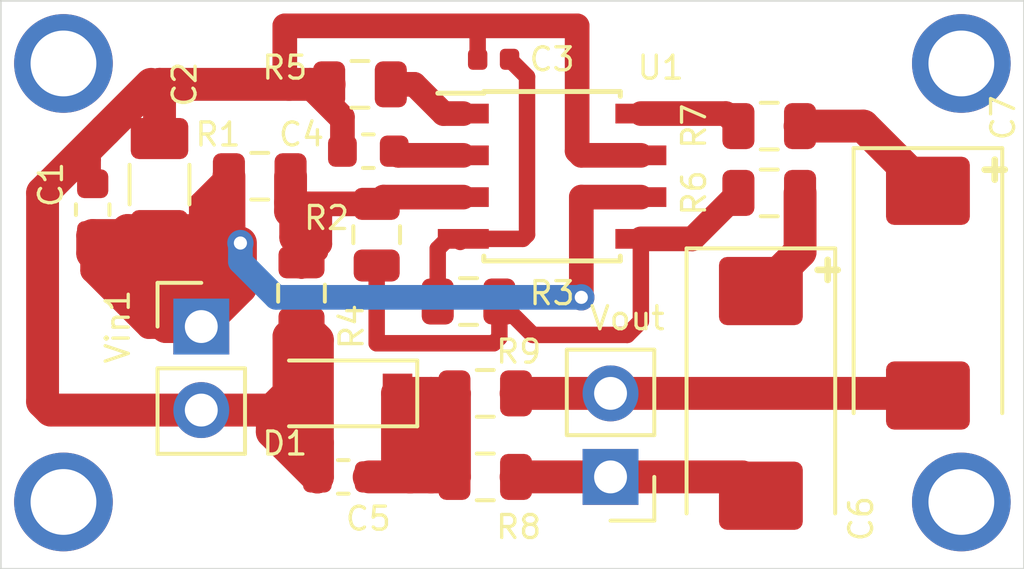
<source format=kicad_pcb>
(kicad_pcb (version 20171130) (host pcbnew "(5.1.0)-1")

  (general
    (thickness 1.6)
    (drawings 6)
    (tracks 163)
    (zones 0)
    (modules 20)
    (nets 14)
  )

  (page A4)
  (layers
    (0 F.Cu signal)
    (31 B.Cu signal)
    (32 B.Adhes user)
    (33 F.Adhes user)
    (34 B.Paste user)
    (35 F.Paste user)
    (36 B.SilkS user)
    (37 F.SilkS user)
    (38 B.Mask user)
    (39 F.Mask user)
    (40 Dwgs.User user)
    (41 Cmts.User user)
    (42 Eco1.User user)
    (43 Eco2.User user)
    (44 Edge.Cuts user)
    (45 Margin user)
    (46 B.CrtYd user)
    (47 F.CrtYd user)
    (48 B.Fab user)
    (49 F.Fab user hide)
  )

  (setup
    (last_trace_width 1)
    (user_trace_width 0.5)
    (user_trace_width 0.75)
    (user_trace_width 1)
    (trace_clearance 0.2)
    (zone_clearance 0.508)
    (zone_45_only no)
    (trace_min 0.2)
    (via_size 0.8)
    (via_drill 0.4)
    (via_min_size 0.4)
    (via_min_drill 0.3)
    (uvia_size 0.3)
    (uvia_drill 0.1)
    (uvias_allowed no)
    (uvia_min_size 0.2)
    (uvia_min_drill 0.1)
    (edge_width 0.05)
    (segment_width 0.2)
    (pcb_text_width 0.3)
    (pcb_text_size 1.5 1.5)
    (mod_edge_width 0.12)
    (mod_text_size 1 1)
    (mod_text_width 0.15)
    (pad_size 1.524 1.524)
    (pad_drill 0.762)
    (pad_to_mask_clearance 0.051)
    (solder_mask_min_width 0.002)
    (aux_axis_origin 0 0)
    (visible_elements FFFFFF7F)
    (pcbplotparams
      (layerselection 0x010fc_ffffffff)
      (usegerberextensions false)
      (usegerberattributes false)
      (usegerberadvancedattributes false)
      (creategerberjobfile false)
      (excludeedgelayer true)
      (linewidth 0.100000)
      (plotframeref false)
      (viasonmask false)
      (mode 1)
      (useauxorigin false)
      (hpglpennumber 1)
      (hpglpenspeed 20)
      (hpglpendiameter 15.000000)
      (psnegative false)
      (psa4output false)
      (plotreference true)
      (plotvalue true)
      (plotinvisibletext false)
      (padsonsilk false)
      (subtractmaskfromsilk false)
      (outputformat 1)
      (mirror false)
      (drillshape 1)
      (scaleselection 1)
      (outputdirectory ""))
  )

  (net 0 "")
  (net 1 "Net-(C1-Pad2)")
  (net 2 "Net-(C1-Pad1)")
  (net 3 "Net-(C3-Pad1)")
  (net 4 "Net-(C4-Pad1)")
  (net 5 "Net-(C5-Pad1)")
  (net 6 "Net-(C6-Pad2)")
  (net 7 "Net-(C6-Pad1)")
  (net 8 "Net-(C7-Pad2)")
  (net 9 "Net-(C7-Pad1)")
  (net 10 "Net-(R1-Pad1)")
  (net 11 "Net-(R2-Pad1)")
  (net 12 "Net-(R5-Pad1)")
  (net 13 "Net-(R7-Pad2)")

  (net_class Default "This is the default net class."
    (clearance 0.2)
    (trace_width 0.25)
    (via_dia 0.8)
    (via_drill 0.4)
    (uvia_dia 0.3)
    (uvia_drill 0.1)
    (add_net "Net-(C1-Pad1)")
    (add_net "Net-(C1-Pad2)")
    (add_net "Net-(C3-Pad1)")
    (add_net "Net-(C4-Pad1)")
    (add_net "Net-(C5-Pad1)")
    (add_net "Net-(C6-Pad1)")
    (add_net "Net-(C6-Pad2)")
    (add_net "Net-(C7-Pad1)")
    (add_net "Net-(C7-Pad2)")
    (add_net "Net-(R1-Pad1)")
    (add_net "Net-(R2-Pad1)")
    (add_net "Net-(R5-Pad1)")
    (add_net "Net-(R7-Pad2)")
  )

  (module Connector_PinHeader_2.54mm:PinHeader_1x02_P2.54mm_Vertical (layer F.Cu) (tedit 59FED5CC) (tstamp 5CD2613E)
    (at 163.322 94.996 180)
    (descr "Through hole straight pin header, 1x02, 2.54mm pitch, single row")
    (tags "Through hole pin header THT 1x02 2.54mm single row")
    (path /5CD272C7)
    (fp_text reference Vout (at -0.508 4.826 180) (layer F.SilkS)
      (effects (font (size 0.7 0.7) (thickness 0.1)))
    )
    (fp_text value Conn_01x02_Male (at 0 4.87 180) (layer F.Fab)
      (effects (font (size 1 1) (thickness 0.15)))
    )
    (fp_line (start -0.635 -1.27) (end 1.27 -1.27) (layer F.Fab) (width 0.1))
    (fp_line (start 1.27 -1.27) (end 1.27 3.81) (layer F.Fab) (width 0.1))
    (fp_line (start 1.27 3.81) (end -1.27 3.81) (layer F.Fab) (width 0.1))
    (fp_line (start -1.27 3.81) (end -1.27 -0.635) (layer F.Fab) (width 0.1))
    (fp_line (start -1.27 -0.635) (end -0.635 -1.27) (layer F.Fab) (width 0.1))
    (fp_line (start -1.33 3.87) (end 1.33 3.87) (layer F.SilkS) (width 0.12))
    (fp_line (start -1.33 1.27) (end -1.33 3.87) (layer F.SilkS) (width 0.12))
    (fp_line (start 1.33 1.27) (end 1.33 3.87) (layer F.SilkS) (width 0.12))
    (fp_line (start -1.33 1.27) (end 1.33 1.27) (layer F.SilkS) (width 0.12))
    (fp_line (start -1.33 0) (end -1.33 -1.33) (layer F.SilkS) (width 0.12))
    (fp_line (start -1.33 -1.33) (end 0 -1.33) (layer F.SilkS) (width 0.12))
    (fp_line (start -1.8 -1.8) (end -1.8 4.35) (layer F.CrtYd) (width 0.05))
    (fp_line (start -1.8 4.35) (end 1.8 4.35) (layer F.CrtYd) (width 0.05))
    (fp_line (start 1.8 4.35) (end 1.8 -1.8) (layer F.CrtYd) (width 0.05))
    (fp_line (start 1.8 -1.8) (end -1.8 -1.8) (layer F.CrtYd) (width 0.05))
    (fp_text user %R (at 0 1.27 270) (layer F.Fab)
      (effects (font (size 1 1) (thickness 0.15)))
    )
    (pad 1 thru_hole rect (at 0 0 180) (size 1.7 1.7) (drill 1) (layers *.Cu *.Mask)
      (net 6 "Net-(C6-Pad2)"))
    (pad 2 thru_hole oval (at 0 2.54 180) (size 1.7 1.7) (drill 1) (layers *.Cu *.Mask)
      (net 8 "Net-(C7-Pad2)"))
    (model ${KISYS3DMOD}/Connector_PinHeader_2.54mm.3dshapes/PinHeader_1x02_P2.54mm_Vertical.wrl
      (at (xyz 0 0 0))
      (scale (xyz 1 1 1))
      (rotate (xyz 0 0 0))
    )
  )

  (module Connector_PinHeader_2.54mm:PinHeader_1x02_P2.54mm_Vertical (layer F.Cu) (tedit 59FED5CC) (tstamp 5CD26128)
    (at 150.876 90.424)
    (descr "Through hole straight pin header, 1x02, 2.54mm pitch, single row")
    (tags "Through hole pin header THT 1x02 2.54mm single row")
    (path /5CD26BA4)
    (fp_text reference Vin1 (at -2.54 0 90) (layer F.SilkS)
      (effects (font (size 0.7 0.7) (thickness 0.1)))
    )
    (fp_text value Conn_01x02_Male (at 0 4.87) (layer F.Fab)
      (effects (font (size 1 1) (thickness 0.15)))
    )
    (fp_line (start -0.635 -1.27) (end 1.27 -1.27) (layer F.Fab) (width 0.1))
    (fp_line (start 1.27 -1.27) (end 1.27 3.81) (layer F.Fab) (width 0.1))
    (fp_line (start 1.27 3.81) (end -1.27 3.81) (layer F.Fab) (width 0.1))
    (fp_line (start -1.27 3.81) (end -1.27 -0.635) (layer F.Fab) (width 0.1))
    (fp_line (start -1.27 -0.635) (end -0.635 -1.27) (layer F.Fab) (width 0.1))
    (fp_line (start -1.33 3.87) (end 1.33 3.87) (layer F.SilkS) (width 0.12))
    (fp_line (start -1.33 1.27) (end -1.33 3.87) (layer F.SilkS) (width 0.12))
    (fp_line (start 1.33 1.27) (end 1.33 3.87) (layer F.SilkS) (width 0.12))
    (fp_line (start -1.33 1.27) (end 1.33 1.27) (layer F.SilkS) (width 0.12))
    (fp_line (start -1.33 0) (end -1.33 -1.33) (layer F.SilkS) (width 0.12))
    (fp_line (start -1.33 -1.33) (end 0 -1.33) (layer F.SilkS) (width 0.12))
    (fp_line (start -1.8 -1.8) (end -1.8 4.35) (layer F.CrtYd) (width 0.05))
    (fp_line (start -1.8 4.35) (end 1.8 4.35) (layer F.CrtYd) (width 0.05))
    (fp_line (start 1.8 4.35) (end 1.8 -1.8) (layer F.CrtYd) (width 0.05))
    (fp_line (start 1.8 -1.8) (end -1.8 -1.8) (layer F.CrtYd) (width 0.05))
    (fp_text user %R (at 0 1.27 90) (layer F.Fab)
      (effects (font (size 1 1) (thickness 0.15)))
    )
    (pad 1 thru_hole rect (at 0 0) (size 1.7 1.7) (drill 1) (layers *.Cu *.Mask)
      (net 2 "Net-(C1-Pad1)"))
    (pad 2 thru_hole oval (at 0 2.54) (size 1.7 1.7) (drill 1) (layers *.Cu *.Mask)
      (net 1 "Net-(C1-Pad2)"))
    (model ${KISYS3DMOD}/Connector_PinHeader_2.54mm.3dshapes/PinHeader_1x02_P2.54mm_Vertical.wrl
      (at (xyz 0 0 0))
      (scale (xyz 1 1 1))
      (rotate (xyz 0 0 0))
    )
  )

  (module Package_SO:SOIC-8_3.9x4.9mm_P1.27mm (layer F.Cu) (tedit 5A02F2D3) (tstamp 5CD26112)
    (at 161.544 85.852)
    (descr "8-Lead Plastic Small Outline (SN) - Narrow, 3.90 mm Body [SOIC] (see Microchip Packaging Specification http://ww1.microchip.com/downloads/en/PackagingSpec/00000049BQ.pdf)")
    (tags "SOIC 1.27")
    (path /5CD25EDA)
    (attr smd)
    (fp_text reference U1 (at 3.302 -3.302) (layer F.SilkS)
      (effects (font (size 0.7 0.7) (thickness 0.1)))
    )
    (fp_text value LM4871 (at 0 3.5) (layer F.Fab)
      (effects (font (size 1 1) (thickness 0.15)))
    )
    (fp_text user %R (at 0 0) (layer F.Fab)
      (effects (font (size 1 1) (thickness 0.15)))
    )
    (fp_line (start -0.95 -2.45) (end 1.95 -2.45) (layer F.Fab) (width 0.1))
    (fp_line (start 1.95 -2.45) (end 1.95 2.45) (layer F.Fab) (width 0.1))
    (fp_line (start 1.95 2.45) (end -1.95 2.45) (layer F.Fab) (width 0.1))
    (fp_line (start -1.95 2.45) (end -1.95 -1.45) (layer F.Fab) (width 0.1))
    (fp_line (start -1.95 -1.45) (end -0.95 -2.45) (layer F.Fab) (width 0.1))
    (fp_line (start -3.73 -2.7) (end -3.73 2.7) (layer F.CrtYd) (width 0.05))
    (fp_line (start 3.73 -2.7) (end 3.73 2.7) (layer F.CrtYd) (width 0.05))
    (fp_line (start -3.73 -2.7) (end 3.73 -2.7) (layer F.CrtYd) (width 0.05))
    (fp_line (start -3.73 2.7) (end 3.73 2.7) (layer F.CrtYd) (width 0.05))
    (fp_line (start -2.075 -2.575) (end -2.075 -2.525) (layer F.SilkS) (width 0.15))
    (fp_line (start 2.075 -2.575) (end 2.075 -2.43) (layer F.SilkS) (width 0.15))
    (fp_line (start 2.075 2.575) (end 2.075 2.43) (layer F.SilkS) (width 0.15))
    (fp_line (start -2.075 2.575) (end -2.075 2.43) (layer F.SilkS) (width 0.15))
    (fp_line (start -2.075 -2.575) (end 2.075 -2.575) (layer F.SilkS) (width 0.15))
    (fp_line (start -2.075 2.575) (end 2.075 2.575) (layer F.SilkS) (width 0.15))
    (fp_line (start -2.075 -2.525) (end -3.475 -2.525) (layer F.SilkS) (width 0.15))
    (pad 1 smd rect (at -2.7 -1.905) (size 1.55 0.6) (layers F.Cu F.Paste F.Mask)
      (net 12 "Net-(R5-Pad1)"))
    (pad 2 smd rect (at -2.7 -0.635) (size 1.55 0.6) (layers F.Cu F.Paste F.Mask)
      (net 4 "Net-(C4-Pad1)"))
    (pad 3 smd rect (at -2.7 0.635) (size 1.55 0.6) (layers F.Cu F.Paste F.Mask)
      (net 10 "Net-(R1-Pad1)"))
    (pad 4 smd rect (at -2.7 1.905) (size 1.55 0.6) (layers F.Cu F.Paste F.Mask)
      (net 3 "Net-(C3-Pad1)"))
    (pad 5 smd rect (at 2.7 1.905) (size 1.55 0.6) (layers F.Cu F.Paste F.Mask)
      (net 11 "Net-(R2-Pad1)"))
    (pad 6 smd rect (at 2.7 0.635) (size 1.55 0.6) (layers F.Cu F.Paste F.Mask)
      (net 2 "Net-(C1-Pad1)"))
    (pad 7 smd rect (at 2.7 -0.635) (size 1.55 0.6) (layers F.Cu F.Paste F.Mask)
      (net 1 "Net-(C1-Pad2)"))
    (pad 8 smd rect (at 2.7 -1.905) (size 1.55 0.6) (layers F.Cu F.Paste F.Mask)
      (net 13 "Net-(R7-Pad2)"))
    (model ${KISYS3DMOD}/Package_SO.3dshapes/SOIC-8_3.9x4.9mm_P1.27mm.wrl
      (at (xyz 0 0 0))
      (scale (xyz 1 1 1))
      (rotate (xyz 0 0 0))
    )
  )

  (module Resistor_SMD:R_0805_2012Metric (layer F.Cu) (tedit 5B36C52B) (tstamp 5CD260F5)
    (at 159.512 92.456)
    (descr "Resistor SMD 0805 (2012 Metric), square (rectangular) end terminal, IPC_7351 nominal, (Body size source: https://docs.google.com/spreadsheets/d/1BsfQQcO9C6DZCsRaXUlFlo91Tg2WpOkGARC1WS5S8t0/edit?usp=sharing), generated with kicad-footprint-generator")
    (tags resistor)
    (path /5CD2E61F)
    (attr smd)
    (fp_text reference R9 (at 1.016 -1.27) (layer F.SilkS)
      (effects (font (size 0.7 0.7) (thickness 0.1)))
    )
    (fp_text value 100 (at 0 1.65) (layer F.Fab)
      (effects (font (size 1 1) (thickness 0.15)))
    )
    (fp_line (start -1 0.6) (end -1 -0.6) (layer F.Fab) (width 0.1))
    (fp_line (start -1 -0.6) (end 1 -0.6) (layer F.Fab) (width 0.1))
    (fp_line (start 1 -0.6) (end 1 0.6) (layer F.Fab) (width 0.1))
    (fp_line (start 1 0.6) (end -1 0.6) (layer F.Fab) (width 0.1))
    (fp_line (start -0.258578 -0.71) (end 0.258578 -0.71) (layer F.SilkS) (width 0.12))
    (fp_line (start -0.258578 0.71) (end 0.258578 0.71) (layer F.SilkS) (width 0.12))
    (fp_line (start -1.68 0.95) (end -1.68 -0.95) (layer F.CrtYd) (width 0.05))
    (fp_line (start -1.68 -0.95) (end 1.68 -0.95) (layer F.CrtYd) (width 0.05))
    (fp_line (start 1.68 -0.95) (end 1.68 0.95) (layer F.CrtYd) (width 0.05))
    (fp_line (start 1.68 0.95) (end -1.68 0.95) (layer F.CrtYd) (width 0.05))
    (fp_text user %R (at 0 0) (layer F.Fab)
      (effects (font (size 0.5 0.5) (thickness 0.08)))
    )
    (pad 1 smd roundrect (at -0.9375 0) (size 0.975 1.4) (layers F.Cu F.Paste F.Mask) (roundrect_rratio 0.25)
      (net 5 "Net-(C5-Pad1)"))
    (pad 2 smd roundrect (at 0.9375 0) (size 0.975 1.4) (layers F.Cu F.Paste F.Mask) (roundrect_rratio 0.25)
      (net 8 "Net-(C7-Pad2)"))
    (model ${KISYS3DMOD}/Resistor_SMD.3dshapes/R_0805_2012Metric.wrl
      (at (xyz 0 0 0))
      (scale (xyz 1 1 1))
      (rotate (xyz 0 0 0))
    )
  )

  (module Resistor_SMD:R_0805_2012Metric (layer F.Cu) (tedit 5B36C52B) (tstamp 5CD260E4)
    (at 159.512 94.996)
    (descr "Resistor SMD 0805 (2012 Metric), square (rectangular) end terminal, IPC_7351 nominal, (Body size source: https://docs.google.com/spreadsheets/d/1BsfQQcO9C6DZCsRaXUlFlo91Tg2WpOkGARC1WS5S8t0/edit?usp=sharing), generated with kicad-footprint-generator")
    (tags resistor)
    (path /5CD2C5F5)
    (attr smd)
    (fp_text reference R8 (at 1.016 1.524) (layer F.SilkS)
      (effects (font (size 0.7 0.7) (thickness 0.1)))
    )
    (fp_text value 100 (at 0 1.65) (layer F.Fab)
      (effects (font (size 1 1) (thickness 0.15)))
    )
    (fp_line (start -1 0.6) (end -1 -0.6) (layer F.Fab) (width 0.1))
    (fp_line (start -1 -0.6) (end 1 -0.6) (layer F.Fab) (width 0.1))
    (fp_line (start 1 -0.6) (end 1 0.6) (layer F.Fab) (width 0.1))
    (fp_line (start 1 0.6) (end -1 0.6) (layer F.Fab) (width 0.1))
    (fp_line (start -0.258578 -0.71) (end 0.258578 -0.71) (layer F.SilkS) (width 0.12))
    (fp_line (start -0.258578 0.71) (end 0.258578 0.71) (layer F.SilkS) (width 0.12))
    (fp_line (start -1.68 0.95) (end -1.68 -0.95) (layer F.CrtYd) (width 0.05))
    (fp_line (start -1.68 -0.95) (end 1.68 -0.95) (layer F.CrtYd) (width 0.05))
    (fp_line (start 1.68 -0.95) (end 1.68 0.95) (layer F.CrtYd) (width 0.05))
    (fp_line (start 1.68 0.95) (end -1.68 0.95) (layer F.CrtYd) (width 0.05))
    (fp_text user %R (at 0 0) (layer F.Fab)
      (effects (font (size 0.5 0.5) (thickness 0.08)))
    )
    (pad 1 smd roundrect (at -0.9375 0) (size 0.975 1.4) (layers F.Cu F.Paste F.Mask) (roundrect_rratio 0.25)
      (net 5 "Net-(C5-Pad1)"))
    (pad 2 smd roundrect (at 0.9375 0) (size 0.975 1.4) (layers F.Cu F.Paste F.Mask) (roundrect_rratio 0.25)
      (net 6 "Net-(C6-Pad2)"))
    (model ${KISYS3DMOD}/Resistor_SMD.3dshapes/R_0805_2012Metric.wrl
      (at (xyz 0 0 0))
      (scale (xyz 1 1 1))
      (rotate (xyz 0 0 0))
    )
  )

  (module Resistor_SMD:R_0805_2012Metric (layer F.Cu) (tedit 5B36C52B) (tstamp 5CD260D3)
    (at 168.148 84.328 180)
    (descr "Resistor SMD 0805 (2012 Metric), square (rectangular) end terminal, IPC_7351 nominal, (Body size source: https://docs.google.com/spreadsheets/d/1BsfQQcO9C6DZCsRaXUlFlo91Tg2WpOkGARC1WS5S8t0/edit?usp=sharing), generated with kicad-footprint-generator")
    (tags resistor)
    (path /5CD2D7FC)
    (attr smd)
    (fp_text reference R7 (at 2.286 0 270) (layer F.SilkS)
      (effects (font (size 0.7 0.7) (thickness 0.1)))
    )
    (fp_text value 10 (at 0 1.65 180) (layer F.Fab)
      (effects (font (size 1 1) (thickness 0.15)))
    )
    (fp_line (start -1 0.6) (end -1 -0.6) (layer F.Fab) (width 0.1))
    (fp_line (start -1 -0.6) (end 1 -0.6) (layer F.Fab) (width 0.1))
    (fp_line (start 1 -0.6) (end 1 0.6) (layer F.Fab) (width 0.1))
    (fp_line (start 1 0.6) (end -1 0.6) (layer F.Fab) (width 0.1))
    (fp_line (start -0.258578 -0.71) (end 0.258578 -0.71) (layer F.SilkS) (width 0.12))
    (fp_line (start -0.258578 0.71) (end 0.258578 0.71) (layer F.SilkS) (width 0.12))
    (fp_line (start -1.68 0.95) (end -1.68 -0.95) (layer F.CrtYd) (width 0.05))
    (fp_line (start -1.68 -0.95) (end 1.68 -0.95) (layer F.CrtYd) (width 0.05))
    (fp_line (start 1.68 -0.95) (end 1.68 0.95) (layer F.CrtYd) (width 0.05))
    (fp_line (start 1.68 0.95) (end -1.68 0.95) (layer F.CrtYd) (width 0.05))
    (fp_text user %R (at 0 0 180) (layer F.Fab)
      (effects (font (size 0.5 0.5) (thickness 0.08)))
    )
    (pad 1 smd roundrect (at -0.9375 0 180) (size 0.975 1.4) (layers F.Cu F.Paste F.Mask) (roundrect_rratio 0.25)
      (net 9 "Net-(C7-Pad1)"))
    (pad 2 smd roundrect (at 0.9375 0 180) (size 0.975 1.4) (layers F.Cu F.Paste F.Mask) (roundrect_rratio 0.25)
      (net 13 "Net-(R7-Pad2)"))
    (model ${KISYS3DMOD}/Resistor_SMD.3dshapes/R_0805_2012Metric.wrl
      (at (xyz 0 0 0))
      (scale (xyz 1 1 1))
      (rotate (xyz 0 0 0))
    )
  )

  (module Resistor_SMD:R_0805_2012Metric (layer F.Cu) (tedit 5B36C52B) (tstamp 5CD260C2)
    (at 168.148 86.36 180)
    (descr "Resistor SMD 0805 (2012 Metric), square (rectangular) end terminal, IPC_7351 nominal, (Body size source: https://docs.google.com/spreadsheets/d/1BsfQQcO9C6DZCsRaXUlFlo91Tg2WpOkGARC1WS5S8t0/edit?usp=sharing), generated with kicad-footprint-generator")
    (tags resistor)
    (path /5CD2AA76)
    (attr smd)
    (fp_text reference R6 (at 2.286 0 270) (layer F.SilkS)
      (effects (font (size 0.7 0.7) (thickness 0.1)))
    )
    (fp_text value 10 (at 0 1.65 180) (layer F.Fab)
      (effects (font (size 1 1) (thickness 0.15)))
    )
    (fp_line (start -1 0.6) (end -1 -0.6) (layer F.Fab) (width 0.1))
    (fp_line (start -1 -0.6) (end 1 -0.6) (layer F.Fab) (width 0.1))
    (fp_line (start 1 -0.6) (end 1 0.6) (layer F.Fab) (width 0.1))
    (fp_line (start 1 0.6) (end -1 0.6) (layer F.Fab) (width 0.1))
    (fp_line (start -0.258578 -0.71) (end 0.258578 -0.71) (layer F.SilkS) (width 0.12))
    (fp_line (start -0.258578 0.71) (end 0.258578 0.71) (layer F.SilkS) (width 0.12))
    (fp_line (start -1.68 0.95) (end -1.68 -0.95) (layer F.CrtYd) (width 0.05))
    (fp_line (start -1.68 -0.95) (end 1.68 -0.95) (layer F.CrtYd) (width 0.05))
    (fp_line (start 1.68 -0.95) (end 1.68 0.95) (layer F.CrtYd) (width 0.05))
    (fp_line (start 1.68 0.95) (end -1.68 0.95) (layer F.CrtYd) (width 0.05))
    (fp_text user %R (at 0 0 180) (layer F.Fab)
      (effects (font (size 0.5 0.5) (thickness 0.08)))
    )
    (pad 1 smd roundrect (at -0.9375 0 180) (size 0.975 1.4) (layers F.Cu F.Paste F.Mask) (roundrect_rratio 0.25)
      (net 7 "Net-(C6-Pad1)"))
    (pad 2 smd roundrect (at 0.9375 0 180) (size 0.975 1.4) (layers F.Cu F.Paste F.Mask) (roundrect_rratio 0.25)
      (net 11 "Net-(R2-Pad1)"))
    (model ${KISYS3DMOD}/Resistor_SMD.3dshapes/R_0805_2012Metric.wrl
      (at (xyz 0 0 0))
      (scale (xyz 1 1 1))
      (rotate (xyz 0 0 0))
    )
  )

  (module Resistor_SMD:R_0805_2012Metric (layer F.Cu) (tedit 5B36C52B) (tstamp 5CD260B1)
    (at 155.702 83.058 180)
    (descr "Resistor SMD 0805 (2012 Metric), square (rectangular) end terminal, IPC_7351 nominal, (Body size source: https://docs.google.com/spreadsheets/d/1BsfQQcO9C6DZCsRaXUlFlo91Tg2WpOkGARC1WS5S8t0/edit?usp=sharing), generated with kicad-footprint-generator")
    (tags resistor)
    (path /5CD2A3B5)
    (attr smd)
    (fp_text reference R5 (at 2.286 0.508 180) (layer F.SilkS)
      (effects (font (size 0.7 0.7) (thickness 0.1)))
    )
    (fp_text value 10k (at 0 1.65 180) (layer F.Fab)
      (effects (font (size 1 1) (thickness 0.15)))
    )
    (fp_line (start -1 0.6) (end -1 -0.6) (layer F.Fab) (width 0.1))
    (fp_line (start -1 -0.6) (end 1 -0.6) (layer F.Fab) (width 0.1))
    (fp_line (start 1 -0.6) (end 1 0.6) (layer F.Fab) (width 0.1))
    (fp_line (start 1 0.6) (end -1 0.6) (layer F.Fab) (width 0.1))
    (fp_line (start -0.258578 -0.71) (end 0.258578 -0.71) (layer F.SilkS) (width 0.12))
    (fp_line (start -0.258578 0.71) (end 0.258578 0.71) (layer F.SilkS) (width 0.12))
    (fp_line (start -1.68 0.95) (end -1.68 -0.95) (layer F.CrtYd) (width 0.05))
    (fp_line (start -1.68 -0.95) (end 1.68 -0.95) (layer F.CrtYd) (width 0.05))
    (fp_line (start 1.68 -0.95) (end 1.68 0.95) (layer F.CrtYd) (width 0.05))
    (fp_line (start 1.68 0.95) (end -1.68 0.95) (layer F.CrtYd) (width 0.05))
    (fp_text user %R (at 0 0 270) (layer F.Fab)
      (effects (font (size 0.5 0.5) (thickness 0.08)))
    )
    (pad 1 smd roundrect (at -0.9375 0 180) (size 0.975 1.4) (layers F.Cu F.Paste F.Mask) (roundrect_rratio 0.25)
      (net 12 "Net-(R5-Pad1)"))
    (pad 2 smd roundrect (at 0.9375 0 180) (size 0.975 1.4) (layers F.Cu F.Paste F.Mask) (roundrect_rratio 0.25)
      (net 1 "Net-(C1-Pad2)"))
    (model ${KISYS3DMOD}/Resistor_SMD.3dshapes/R_0805_2012Metric.wrl
      (at (xyz 0 0 0))
      (scale (xyz 1 1 1))
      (rotate (xyz 0 0 0))
    )
  )

  (module Resistor_SMD:R_0805_2012Metric (layer F.Cu) (tedit 5B36C52B) (tstamp 5CD260A0)
    (at 153.924 89.408 270)
    (descr "Resistor SMD 0805 (2012 Metric), square (rectangular) end terminal, IPC_7351 nominal, (Body size source: https://docs.google.com/spreadsheets/d/1BsfQQcO9C6DZCsRaXUlFlo91Tg2WpOkGARC1WS5S8t0/edit?usp=sharing), generated with kicad-footprint-generator")
    (tags resistor)
    (path /5CD29CFE)
    (attr smd)
    (fp_text reference R4 (at 1.016 -1.524 270) (layer F.SilkS)
      (effects (font (size 0.7 0.7) (thickness 0.1)))
    )
    (fp_text value 10k (at 0 1.65 270) (layer F.Fab)
      (effects (font (size 1 1) (thickness 0.15)))
    )
    (fp_line (start -1 0.6) (end -1 -0.6) (layer F.Fab) (width 0.1))
    (fp_line (start -1 -0.6) (end 1 -0.6) (layer F.Fab) (width 0.1))
    (fp_line (start 1 -0.6) (end 1 0.6) (layer F.Fab) (width 0.1))
    (fp_line (start 1 0.6) (end -1 0.6) (layer F.Fab) (width 0.1))
    (fp_line (start -0.258578 -0.71) (end 0.258578 -0.71) (layer F.SilkS) (width 0.12))
    (fp_line (start -0.258578 0.71) (end 0.258578 0.71) (layer F.SilkS) (width 0.12))
    (fp_line (start -1.68 0.95) (end -1.68 -0.95) (layer F.CrtYd) (width 0.05))
    (fp_line (start -1.68 -0.95) (end 1.68 -0.95) (layer F.CrtYd) (width 0.05))
    (fp_line (start 1.68 -0.95) (end 1.68 0.95) (layer F.CrtYd) (width 0.05))
    (fp_line (start 1.68 0.95) (end -1.68 0.95) (layer F.CrtYd) (width 0.05))
    (fp_text user %R (at 0 0 270) (layer F.Fab)
      (effects (font (size 0.5 0.5) (thickness 0.08)))
    )
    (pad 1 smd roundrect (at -0.9375 0 270) (size 0.975 1.4) (layers F.Cu F.Paste F.Mask) (roundrect_rratio 0.25)
      (net 10 "Net-(R1-Pad1)"))
    (pad 2 smd roundrect (at 0.9375 0 270) (size 0.975 1.4) (layers F.Cu F.Paste F.Mask) (roundrect_rratio 0.25)
      (net 1 "Net-(C1-Pad2)"))
    (model ${KISYS3DMOD}/Resistor_SMD.3dshapes/R_0805_2012Metric.wrl
      (at (xyz 0 0 0))
      (scale (xyz 1 1 1))
      (rotate (xyz 0 0 0))
    )
  )

  (module Resistor_SMD:R_0805_2012Metric (layer F.Cu) (tedit 5B36C52B) (tstamp 5CD2608F)
    (at 159.004 89.662)
    (descr "Resistor SMD 0805 (2012 Metric), square (rectangular) end terminal, IPC_7351 nominal, (Body size source: https://docs.google.com/spreadsheets/d/1BsfQQcO9C6DZCsRaXUlFlo91Tg2WpOkGARC1WS5S8t0/edit?usp=sharing), generated with kicad-footprint-generator")
    (tags resistor)
    (path /5CD29256)
    (attr smd)
    (fp_text reference R3 (at 2.54 -0.254) (layer F.SilkS)
      (effects (font (size 0.7 0.7) (thickness 0.1)))
    )
    (fp_text value 2.2k (at 0 1.65) (layer F.Fab)
      (effects (font (size 1 1) (thickness 0.15)))
    )
    (fp_line (start -1 0.6) (end -1 -0.6) (layer F.Fab) (width 0.1))
    (fp_line (start -1 -0.6) (end 1 -0.6) (layer F.Fab) (width 0.1))
    (fp_line (start 1 -0.6) (end 1 0.6) (layer F.Fab) (width 0.1))
    (fp_line (start 1 0.6) (end -1 0.6) (layer F.Fab) (width 0.1))
    (fp_line (start -0.258578 -0.71) (end 0.258578 -0.71) (layer F.SilkS) (width 0.12))
    (fp_line (start -0.258578 0.71) (end 0.258578 0.71) (layer F.SilkS) (width 0.12))
    (fp_line (start -1.68 0.95) (end -1.68 -0.95) (layer F.CrtYd) (width 0.05))
    (fp_line (start -1.68 -0.95) (end 1.68 -0.95) (layer F.CrtYd) (width 0.05))
    (fp_line (start 1.68 -0.95) (end 1.68 0.95) (layer F.CrtYd) (width 0.05))
    (fp_line (start 1.68 0.95) (end -1.68 0.95) (layer F.CrtYd) (width 0.05))
    (fp_text user %R (at 0 0) (layer F.Fab)
      (effects (font (size 0.5 0.5) (thickness 0.08)))
    )
    (pad 1 smd roundrect (at -0.9375 0) (size 0.975 1.4) (layers F.Cu F.Paste F.Mask) (roundrect_rratio 0.25)
      (net 3 "Net-(C3-Pad1)"))
    (pad 2 smd roundrect (at 0.9375 0) (size 0.975 1.4) (layers F.Cu F.Paste F.Mask) (roundrect_rratio 0.25)
      (net 11 "Net-(R2-Pad1)"))
    (model ${KISYS3DMOD}/Resistor_SMD.3dshapes/R_0805_2012Metric.wrl
      (at (xyz 0 0 0))
      (scale (xyz 1 1 1))
      (rotate (xyz 0 0 0))
    )
  )

  (module Resistor_SMD:R_0805_2012Metric (layer F.Cu) (tedit 5B36C52B) (tstamp 5CD2607E)
    (at 156.21 87.63 90)
    (descr "Resistor SMD 0805 (2012 Metric), square (rectangular) end terminal, IPC_7351 nominal, (Body size source: https://docs.google.com/spreadsheets/d/1BsfQQcO9C6DZCsRaXUlFlo91Tg2WpOkGARC1WS5S8t0/edit?usp=sharing), generated with kicad-footprint-generator")
    (tags resistor)
    (path /5CD28B70)
    (attr smd)
    (fp_text reference R2 (at 0.508 -1.524 180) (layer F.SilkS)
      (effects (font (size 0.7 0.7) (thickness 0.1)))
    )
    (fp_text value 10k (at 0 1.65 90) (layer F.Fab)
      (effects (font (size 1 1) (thickness 0.15)))
    )
    (fp_line (start -1 0.6) (end -1 -0.6) (layer F.Fab) (width 0.1))
    (fp_line (start -1 -0.6) (end 1 -0.6) (layer F.Fab) (width 0.1))
    (fp_line (start 1 -0.6) (end 1 0.6) (layer F.Fab) (width 0.1))
    (fp_line (start 1 0.6) (end -1 0.6) (layer F.Fab) (width 0.1))
    (fp_line (start -0.258578 -0.71) (end 0.258578 -0.71) (layer F.SilkS) (width 0.12))
    (fp_line (start -0.258578 0.71) (end 0.258578 0.71) (layer F.SilkS) (width 0.12))
    (fp_line (start -1.68 0.95) (end -1.68 -0.95) (layer F.CrtYd) (width 0.05))
    (fp_line (start -1.68 -0.95) (end 1.68 -0.95) (layer F.CrtYd) (width 0.05))
    (fp_line (start 1.68 -0.95) (end 1.68 0.95) (layer F.CrtYd) (width 0.05))
    (fp_line (start 1.68 0.95) (end -1.68 0.95) (layer F.CrtYd) (width 0.05))
    (fp_text user %R (at 0 0 90) (layer F.Fab)
      (effects (font (size 0.5 0.5) (thickness 0.08)))
    )
    (pad 1 smd roundrect (at -0.9375 0 90) (size 0.975 1.4) (layers F.Cu F.Paste F.Mask) (roundrect_rratio 0.25)
      (net 11 "Net-(R2-Pad1)"))
    (pad 2 smd roundrect (at 0.9375 0 90) (size 0.975 1.4) (layers F.Cu F.Paste F.Mask) (roundrect_rratio 0.25)
      (net 10 "Net-(R1-Pad1)"))
    (model ${KISYS3DMOD}/Resistor_SMD.3dshapes/R_0805_2012Metric.wrl
      (at (xyz 0 0 0))
      (scale (xyz 1 1 1))
      (rotate (xyz 0 0 0))
    )
  )

  (module Resistor_SMD:R_0805_2012Metric (layer F.Cu) (tedit 5B36C52B) (tstamp 5CD2606D)
    (at 152.654 85.852 180)
    (descr "Resistor SMD 0805 (2012 Metric), square (rectangular) end terminal, IPC_7351 nominal, (Body size source: https://docs.google.com/spreadsheets/d/1BsfQQcO9C6DZCsRaXUlFlo91Tg2WpOkGARC1WS5S8t0/edit?usp=sharing), generated with kicad-footprint-generator")
    (tags resistor)
    (path /5CD284FC)
    (attr smd)
    (fp_text reference R1 (at 1.27 1.27 180) (layer F.SilkS)
      (effects (font (size 0.7 0.7) (thickness 0.1)))
    )
    (fp_text value 10k (at 0 1.65 180) (layer F.Fab)
      (effects (font (size 1 1) (thickness 0.15)))
    )
    (fp_line (start -1 0.6) (end -1 -0.6) (layer F.Fab) (width 0.1))
    (fp_line (start -1 -0.6) (end 1 -0.6) (layer F.Fab) (width 0.1))
    (fp_line (start 1 -0.6) (end 1 0.6) (layer F.Fab) (width 0.1))
    (fp_line (start 1 0.6) (end -1 0.6) (layer F.Fab) (width 0.1))
    (fp_line (start -0.258578 -0.71) (end 0.258578 -0.71) (layer F.SilkS) (width 0.12))
    (fp_line (start -0.258578 0.71) (end 0.258578 0.71) (layer F.SilkS) (width 0.12))
    (fp_line (start -1.68 0.95) (end -1.68 -0.95) (layer F.CrtYd) (width 0.05))
    (fp_line (start -1.68 -0.95) (end 1.68 -0.95) (layer F.CrtYd) (width 0.05))
    (fp_line (start 1.68 -0.95) (end 1.68 0.95) (layer F.CrtYd) (width 0.05))
    (fp_line (start 1.68 0.95) (end -1.68 0.95) (layer F.CrtYd) (width 0.05))
    (fp_text user %R (at 0 0 180) (layer F.Fab)
      (effects (font (size 0.5 0.5) (thickness 0.08)))
    )
    (pad 1 smd roundrect (at -0.9375 0 180) (size 0.975 1.4) (layers F.Cu F.Paste F.Mask) (roundrect_rratio 0.25)
      (net 10 "Net-(R1-Pad1)"))
    (pad 2 smd roundrect (at 0.9375 0 180) (size 0.975 1.4) (layers F.Cu F.Paste F.Mask) (roundrect_rratio 0.25)
      (net 2 "Net-(C1-Pad1)"))
    (model ${KISYS3DMOD}/Resistor_SMD.3dshapes/R_0805_2012Metric.wrl
      (at (xyz 0 0 0))
      (scale (xyz 1 1 1))
      (rotate (xyz 0 0 0))
    )
  )

  (module Diode_SMD:D_SOD-123 (layer F.Cu) (tedit 58645DC7) (tstamp 5CD2605C)
    (at 155.194 92.456 180)
    (descr SOD-123)
    (tags SOD-123)
    (path /5CD3469D)
    (attr smd)
    (fp_text reference D1 (at 1.778 -1.524 180) (layer F.SilkS)
      (effects (font (size 0.7 0.7) (thickness 0.1)))
    )
    (fp_text value D_Schottky (at 0 2.1 180) (layer F.Fab)
      (effects (font (size 1 1) (thickness 0.15)))
    )
    (fp_text user %R (at 0 -2 180) (layer F.Fab)
      (effects (font (size 1 1) (thickness 0.15)))
    )
    (fp_line (start -2.25 -1) (end -2.25 1) (layer F.SilkS) (width 0.12))
    (fp_line (start 0.25 0) (end 0.75 0) (layer F.Fab) (width 0.1))
    (fp_line (start 0.25 0.4) (end -0.35 0) (layer F.Fab) (width 0.1))
    (fp_line (start 0.25 -0.4) (end 0.25 0.4) (layer F.Fab) (width 0.1))
    (fp_line (start -0.35 0) (end 0.25 -0.4) (layer F.Fab) (width 0.1))
    (fp_line (start -0.35 0) (end -0.35 0.55) (layer F.Fab) (width 0.1))
    (fp_line (start -0.35 0) (end -0.35 -0.55) (layer F.Fab) (width 0.1))
    (fp_line (start -0.75 0) (end -0.35 0) (layer F.Fab) (width 0.1))
    (fp_line (start -1.4 0.9) (end -1.4 -0.9) (layer F.Fab) (width 0.1))
    (fp_line (start 1.4 0.9) (end -1.4 0.9) (layer F.Fab) (width 0.1))
    (fp_line (start 1.4 -0.9) (end 1.4 0.9) (layer F.Fab) (width 0.1))
    (fp_line (start -1.4 -0.9) (end 1.4 -0.9) (layer F.Fab) (width 0.1))
    (fp_line (start -2.35 -1.15) (end 2.35 -1.15) (layer F.CrtYd) (width 0.05))
    (fp_line (start 2.35 -1.15) (end 2.35 1.15) (layer F.CrtYd) (width 0.05))
    (fp_line (start 2.35 1.15) (end -2.35 1.15) (layer F.CrtYd) (width 0.05))
    (fp_line (start -2.35 -1.15) (end -2.35 1.15) (layer F.CrtYd) (width 0.05))
    (fp_line (start -2.25 1) (end 1.65 1) (layer F.SilkS) (width 0.12))
    (fp_line (start -2.25 -1) (end 1.65 -1) (layer F.SilkS) (width 0.12))
    (pad 1 smd rect (at -1.65 0 180) (size 0.9 1.2) (layers F.Cu F.Paste F.Mask)
      (net 5 "Net-(C5-Pad1)"))
    (pad 2 smd rect (at 1.65 0 180) (size 0.9 1.2) (layers F.Cu F.Paste F.Mask)
      (net 1 "Net-(C1-Pad2)"))
    (model ${KISYS3DMOD}/Diode_SMD.3dshapes/D_SOD-123.wrl
      (at (xyz 0 0 0))
      (scale (xyz 1 1 1))
      (rotate (xyz 0 0 0))
    )
  )

  (module Capacitor_Tantalum_SMD:CP_EIA-7343-43_Kemet-X (layer F.Cu) (tedit 5B301BBE) (tstamp 5CD26043)
    (at 172.974 89.408 270)
    (descr "Tantalum Capacitor SMD Kemet-X (7343-43 Metric), IPC_7351 nominal, (Body size from: http://www.kemet.com/Lists/ProductCatalog/Attachments/253/KEM_TC101_STD.pdf), generated with kicad-footprint-generator")
    (tags "capacitor tantalum")
    (path /5CD32569)
    (attr smd)
    (fp_text reference C7 (at -5.334 -2.286 270) (layer F.SilkS)
      (effects (font (size 0.7 0.7) (thickness 0.1)))
    )
    (fp_text value 47uF (at 0 3.1 270) (layer F.Fab)
      (effects (font (size 1 1) (thickness 0.15)))
    )
    (fp_line (start 3.65 -2.15) (end -2.65 -2.15) (layer F.Fab) (width 0.1))
    (fp_line (start -2.65 -2.15) (end -3.65 -1.15) (layer F.Fab) (width 0.1))
    (fp_line (start -3.65 -1.15) (end -3.65 2.15) (layer F.Fab) (width 0.1))
    (fp_line (start -3.65 2.15) (end 3.65 2.15) (layer F.Fab) (width 0.1))
    (fp_line (start 3.65 2.15) (end 3.65 -2.15) (layer F.Fab) (width 0.1))
    (fp_line (start 3.65 -2.26) (end -4.41 -2.26) (layer F.SilkS) (width 0.12))
    (fp_line (start -4.41 -2.26) (end -4.41 2.26) (layer F.SilkS) (width 0.12))
    (fp_line (start -4.41 2.26) (end 3.65 2.26) (layer F.SilkS) (width 0.12))
    (fp_line (start -4.4 2.4) (end -4.4 -2.4) (layer F.CrtYd) (width 0.05))
    (fp_line (start -4.4 -2.4) (end 4.4 -2.4) (layer F.CrtYd) (width 0.05))
    (fp_line (start 4.4 -2.4) (end 4.4 2.4) (layer F.CrtYd) (width 0.05))
    (fp_line (start 4.4 2.4) (end -4.4 2.4) (layer F.CrtYd) (width 0.05))
    (fp_text user %R (at 0 0 270) (layer F.Fab)
      (effects (font (size 1 1) (thickness 0.15)))
    )
    (pad 1 smd roundrect (at -3.1125 0 270) (size 2.075 2.55) (layers F.Cu F.Paste F.Mask) (roundrect_rratio 0.120482)
      (net 9 "Net-(C7-Pad1)"))
    (pad 2 smd roundrect (at 3.1125 0 270) (size 2.075 2.55) (layers F.Cu F.Paste F.Mask) (roundrect_rratio 0.120482)
      (net 8 "Net-(C7-Pad2)"))
    (model ${KISYS3DMOD}/Capacitor_Tantalum_SMD.3dshapes/CP_EIA-7343-43_Kemet-X.wrl
      (at (xyz 0 0 0))
      (scale (xyz 1 1 1))
      (rotate (xyz 0 0 0))
    )
  )

  (module Capacitor_Tantalum_SMD:CP_EIA-7343-43_Kemet-X (layer F.Cu) (tedit 5B301BBE) (tstamp 5CD26030)
    (at 167.894 92.456 270)
    (descr "Tantalum Capacitor SMD Kemet-X (7343-43 Metric), IPC_7351 nominal, (Body size from: http://www.kemet.com/Lists/ProductCatalog/Attachments/253/KEM_TC101_STD.pdf), generated with kicad-footprint-generator")
    (tags "capacitor tantalum")
    (path /5CD339E9)
    (attr smd)
    (fp_text reference C6 (at 3.81 -3.048 270) (layer F.SilkS)
      (effects (font (size 0.7 0.7) (thickness 0.1)))
    )
    (fp_text value 47uF (at 0 3.1 270) (layer F.Fab)
      (effects (font (size 1 1) (thickness 0.15)))
    )
    (fp_line (start 3.65 -2.15) (end -2.65 -2.15) (layer F.Fab) (width 0.1))
    (fp_line (start -2.65 -2.15) (end -3.65 -1.15) (layer F.Fab) (width 0.1))
    (fp_line (start -3.65 -1.15) (end -3.65 2.15) (layer F.Fab) (width 0.1))
    (fp_line (start -3.65 2.15) (end 3.65 2.15) (layer F.Fab) (width 0.1))
    (fp_line (start 3.65 2.15) (end 3.65 -2.15) (layer F.Fab) (width 0.1))
    (fp_line (start 3.65 -2.26) (end -4.41 -2.26) (layer F.SilkS) (width 0.12))
    (fp_line (start -4.41 -2.26) (end -4.41 2.26) (layer F.SilkS) (width 0.12))
    (fp_line (start -4.41 2.26) (end 3.65 2.26) (layer F.SilkS) (width 0.12))
    (fp_line (start -4.4 2.4) (end -4.4 -2.4) (layer F.CrtYd) (width 0.05))
    (fp_line (start -4.4 -2.4) (end 4.4 -2.4) (layer F.CrtYd) (width 0.05))
    (fp_line (start 4.4 -2.4) (end 4.4 2.4) (layer F.CrtYd) (width 0.05))
    (fp_line (start 4.4 2.4) (end -4.4 2.4) (layer F.CrtYd) (width 0.05))
    (fp_text user %R (at 0 0 270) (layer F.Fab)
      (effects (font (size 1 1) (thickness 0.15)))
    )
    (pad 1 smd roundrect (at -3.1125 0 270) (size 2.075 2.55) (layers F.Cu F.Paste F.Mask) (roundrect_rratio 0.120482)
      (net 7 "Net-(C6-Pad1)"))
    (pad 2 smd roundrect (at 3.1125 0 270) (size 2.075 2.55) (layers F.Cu F.Paste F.Mask) (roundrect_rratio 0.120482)
      (net 6 "Net-(C6-Pad2)"))
    (model ${KISYS3DMOD}/Capacitor_Tantalum_SMD.3dshapes/CP_EIA-7343-43_Kemet-X.wrl
      (at (xyz 0 0 0))
      (scale (xyz 1 1 1))
      (rotate (xyz 0 0 0))
    )
  )

  (module Capacitor_SMD:C_0603_1608Metric (layer F.Cu) (tedit 5B301BBE) (tstamp 5CD2601D)
    (at 155.194 94.996 180)
    (descr "Capacitor SMD 0603 (1608 Metric), square (rectangular) end terminal, IPC_7351 nominal, (Body size source: http://www.tortai-tech.com/upload/download/2011102023233369053.pdf), generated with kicad-footprint-generator")
    (tags capacitor)
    (path /5CD30CEC)
    (attr smd)
    (fp_text reference C5 (at -0.762 -1.27 180) (layer F.SilkS)
      (effects (font (size 0.7 0.7) (thickness 0.1)))
    )
    (fp_text value 1uF (at 0 1.43 180) (layer F.Fab)
      (effects (font (size 1 1) (thickness 0.15)))
    )
    (fp_line (start -0.8 0.4) (end -0.8 -0.4) (layer F.Fab) (width 0.1))
    (fp_line (start -0.8 -0.4) (end 0.8 -0.4) (layer F.Fab) (width 0.1))
    (fp_line (start 0.8 -0.4) (end 0.8 0.4) (layer F.Fab) (width 0.1))
    (fp_line (start 0.8 0.4) (end -0.8 0.4) (layer F.Fab) (width 0.1))
    (fp_line (start -0.162779 -0.51) (end 0.162779 -0.51) (layer F.SilkS) (width 0.12))
    (fp_line (start -0.162779 0.51) (end 0.162779 0.51) (layer F.SilkS) (width 0.12))
    (fp_line (start -1.48 0.73) (end -1.48 -0.73) (layer F.CrtYd) (width 0.05))
    (fp_line (start -1.48 -0.73) (end 1.48 -0.73) (layer F.CrtYd) (width 0.05))
    (fp_line (start 1.48 -0.73) (end 1.48 0.73) (layer F.CrtYd) (width 0.05))
    (fp_line (start 1.48 0.73) (end -1.48 0.73) (layer F.CrtYd) (width 0.05))
    (fp_text user %R (at 0 0 180) (layer F.Fab)
      (effects (font (size 0.4 0.4) (thickness 0.06)))
    )
    (pad 1 smd roundrect (at -0.7875 0 180) (size 0.875 0.95) (layers F.Cu F.Paste F.Mask) (roundrect_rratio 0.25)
      (net 5 "Net-(C5-Pad1)"))
    (pad 2 smd roundrect (at 0.7875 0 180) (size 0.875 0.95) (layers F.Cu F.Paste F.Mask) (roundrect_rratio 0.25)
      (net 1 "Net-(C1-Pad2)"))
    (model ${KISYS3DMOD}/Capacitor_SMD.3dshapes/C_0603_1608Metric.wrl
      (at (xyz 0 0 0))
      (scale (xyz 1 1 1))
      (rotate (xyz 0 0 0))
    )
  )

  (module Capacitor_SMD:C_0603_1608Metric (layer F.Cu) (tedit 5B301BBE) (tstamp 5CD2600C)
    (at 155.956 85.09 180)
    (descr "Capacitor SMD 0603 (1608 Metric), square (rectangular) end terminal, IPC_7351 nominal, (Body size source: http://www.tortai-tech.com/upload/download/2011102023233369053.pdf), generated with kicad-footprint-generator")
    (tags capacitor)
    (path /5CD2F84B)
    (attr smd)
    (fp_text reference C4 (at 2.032 0.508 180) (layer F.SilkS)
      (effects (font (size 0.7 0.7) (thickness 0.1)))
    )
    (fp_text value 1uF (at 0 1.43 180) (layer F.Fab)
      (effects (font (size 1 1) (thickness 0.15)))
    )
    (fp_text user %R (at 0 0 180) (layer F.Fab)
      (effects (font (size 0.4 0.4) (thickness 0.06)))
    )
    (fp_line (start 1.48 0.73) (end -1.48 0.73) (layer F.CrtYd) (width 0.05))
    (fp_line (start 1.48 -0.73) (end 1.48 0.73) (layer F.CrtYd) (width 0.05))
    (fp_line (start -1.48 -0.73) (end 1.48 -0.73) (layer F.CrtYd) (width 0.05))
    (fp_line (start -1.48 0.73) (end -1.48 -0.73) (layer F.CrtYd) (width 0.05))
    (fp_line (start -0.162779 0.51) (end 0.162779 0.51) (layer F.SilkS) (width 0.12))
    (fp_line (start -0.162779 -0.51) (end 0.162779 -0.51) (layer F.SilkS) (width 0.12))
    (fp_line (start 0.8 0.4) (end -0.8 0.4) (layer F.Fab) (width 0.1))
    (fp_line (start 0.8 -0.4) (end 0.8 0.4) (layer F.Fab) (width 0.1))
    (fp_line (start -0.8 -0.4) (end 0.8 -0.4) (layer F.Fab) (width 0.1))
    (fp_line (start -0.8 0.4) (end -0.8 -0.4) (layer F.Fab) (width 0.1))
    (pad 2 smd roundrect (at 0.7875 0 180) (size 0.875 0.95) (layers F.Cu F.Paste F.Mask) (roundrect_rratio 0.25)
      (net 1 "Net-(C1-Pad2)"))
    (pad 1 smd roundrect (at -0.7875 0 180) (size 0.875 0.95) (layers F.Cu F.Paste F.Mask) (roundrect_rratio 0.25)
      (net 4 "Net-(C4-Pad1)"))
    (model ${KISYS3DMOD}/Capacitor_SMD.3dshapes/C_0603_1608Metric.wrl
      (at (xyz 0 0 0))
      (scale (xyz 1 1 1))
      (rotate (xyz 0 0 0))
    )
  )

  (module Capacitor_SMD:C_0402_1005Metric (layer F.Cu) (tedit 5B301BBE) (tstamp 5CD25FFB)
    (at 159.766 82.296 180)
    (descr "Capacitor SMD 0402 (1005 Metric), square (rectangular) end terminal, IPC_7351 nominal, (Body size source: http://www.tortai-tech.com/upload/download/2011102023233369053.pdf), generated with kicad-footprint-generator")
    (tags capacitor)
    (path /5CD2F27F)
    (attr smd)
    (fp_text reference C3 (at -1.778 0 180) (layer F.SilkS)
      (effects (font (size 0.7 0.7) (thickness 0.1)))
    )
    (fp_text value 10nF (at 0 1.17 180) (layer F.Fab)
      (effects (font (size 1 1) (thickness 0.15)))
    )
    (fp_line (start -0.5 0.25) (end -0.5 -0.25) (layer F.Fab) (width 0.1))
    (fp_line (start -0.5 -0.25) (end 0.5 -0.25) (layer F.Fab) (width 0.1))
    (fp_line (start 0.5 -0.25) (end 0.5 0.25) (layer F.Fab) (width 0.1))
    (fp_line (start 0.5 0.25) (end -0.5 0.25) (layer F.Fab) (width 0.1))
    (fp_line (start -0.93 0.47) (end -0.93 -0.47) (layer F.CrtYd) (width 0.05))
    (fp_line (start -0.93 -0.47) (end 0.93 -0.47) (layer F.CrtYd) (width 0.05))
    (fp_line (start 0.93 -0.47) (end 0.93 0.47) (layer F.CrtYd) (width 0.05))
    (fp_line (start 0.93 0.47) (end -0.93 0.47) (layer F.CrtYd) (width 0.05))
    (fp_text user %R (at 0 0 180) (layer F.Fab)
      (effects (font (size 0.25 0.25) (thickness 0.04)))
    )
    (pad 1 smd roundrect (at -0.485 0 180) (size 0.59 0.64) (layers F.Cu F.Paste F.Mask) (roundrect_rratio 0.25)
      (net 3 "Net-(C3-Pad1)"))
    (pad 2 smd roundrect (at 0.485 0 180) (size 0.59 0.64) (layers F.Cu F.Paste F.Mask) (roundrect_rratio 0.25)
      (net 1 "Net-(C1-Pad2)"))
    (model ${KISYS3DMOD}/Capacitor_SMD.3dshapes/C_0402_1005Metric.wrl
      (at (xyz 0 0 0))
      (scale (xyz 1 1 1))
      (rotate (xyz 0 0 0))
    )
  )

  (module Capacitor_SMD:C_1206_3216Metric (layer F.Cu) (tedit 5B301BBE) (tstamp 5CD25FEC)
    (at 149.606 86.106 90)
    (descr "Capacitor SMD 1206 (3216 Metric), square (rectangular) end terminal, IPC_7351 nominal, (Body size source: http://www.tortai-tech.com/upload/download/2011102023233369053.pdf), generated with kicad-footprint-generator")
    (tags capacitor)
    (path /5CD31747)
    (attr smd)
    (fp_text reference C2 (at 3.048 0.762 90) (layer F.SilkS)
      (effects (font (size 0.7 0.7) (thickness 0.1)))
    )
    (fp_text value 10uF (at 0 1.82 90) (layer F.Fab)
      (effects (font (size 1 1) (thickness 0.15)))
    )
    (fp_line (start -1.6 0.8) (end -1.6 -0.8) (layer F.Fab) (width 0.1))
    (fp_line (start -1.6 -0.8) (end 1.6 -0.8) (layer F.Fab) (width 0.1))
    (fp_line (start 1.6 -0.8) (end 1.6 0.8) (layer F.Fab) (width 0.1))
    (fp_line (start 1.6 0.8) (end -1.6 0.8) (layer F.Fab) (width 0.1))
    (fp_line (start -0.602064 -0.91) (end 0.602064 -0.91) (layer F.SilkS) (width 0.12))
    (fp_line (start -0.602064 0.91) (end 0.602064 0.91) (layer F.SilkS) (width 0.12))
    (fp_line (start -2.28 1.12) (end -2.28 -1.12) (layer F.CrtYd) (width 0.05))
    (fp_line (start -2.28 -1.12) (end 2.28 -1.12) (layer F.CrtYd) (width 0.05))
    (fp_line (start 2.28 -1.12) (end 2.28 1.12) (layer F.CrtYd) (width 0.05))
    (fp_line (start 2.28 1.12) (end -2.28 1.12) (layer F.CrtYd) (width 0.05))
    (fp_text user %R (at 0 0 90) (layer F.Fab)
      (effects (font (size 0.8 0.8) (thickness 0.12)))
    )
    (pad 1 smd roundrect (at -1.4 0 90) (size 1.25 1.75) (layers F.Cu F.Paste F.Mask) (roundrect_rratio 0.2)
      (net 2 "Net-(C1-Pad1)"))
    (pad 2 smd roundrect (at 1.4 0 90) (size 1.25 1.75) (layers F.Cu F.Paste F.Mask) (roundrect_rratio 0.2)
      (net 1 "Net-(C1-Pad2)"))
    (model ${KISYS3DMOD}/Capacitor_SMD.3dshapes/C_1206_3216Metric.wrl
      (at (xyz 0 0 0))
      (scale (xyz 1 1 1))
      (rotate (xyz 0 0 0))
    )
  )

  (module Capacitor_SMD:C_0603_1608Metric (layer F.Cu) (tedit 5B301BBE) (tstamp 5CD25FDB)
    (at 147.574 86.868 90)
    (descr "Capacitor SMD 0603 (1608 Metric), square (rectangular) end terminal, IPC_7351 nominal, (Body size source: http://www.tortai-tech.com/upload/download/2011102023233369053.pdf), generated with kicad-footprint-generator")
    (tags capacitor)
    (path /5CD301B2)
    (attr smd)
    (fp_text reference C1 (at 0.762 -1.27 90) (layer F.SilkS)
      (effects (font (size 0.7 0.7) (thickness 0.1)))
    )
    (fp_text value 100nF (at 0 1.43 90) (layer F.Fab)
      (effects (font (size 1 1) (thickness 0.15)))
    )
    (fp_line (start -0.8 0.4) (end -0.8 -0.4) (layer F.Fab) (width 0.1))
    (fp_line (start -0.8 -0.4) (end 0.8 -0.4) (layer F.Fab) (width 0.1))
    (fp_line (start 0.8 -0.4) (end 0.8 0.4) (layer F.Fab) (width 0.1))
    (fp_line (start 0.8 0.4) (end -0.8 0.4) (layer F.Fab) (width 0.1))
    (fp_line (start -0.162779 -0.51) (end 0.162779 -0.51) (layer F.SilkS) (width 0.12))
    (fp_line (start -0.162779 0.51) (end 0.162779 0.51) (layer F.SilkS) (width 0.12))
    (fp_line (start -1.48 0.73) (end -1.48 -0.73) (layer F.CrtYd) (width 0.05))
    (fp_line (start -1.48 -0.73) (end 1.48 -0.73) (layer F.CrtYd) (width 0.05))
    (fp_line (start 1.48 -0.73) (end 1.48 0.73) (layer F.CrtYd) (width 0.05))
    (fp_line (start 1.48 0.73) (end -1.48 0.73) (layer F.CrtYd) (width 0.05))
    (fp_text user %R (at 0 0 90) (layer F.Fab)
      (effects (font (size 0.4 0.4) (thickness 0.06)))
    )
    (pad 1 smd roundrect (at -0.7875 0 90) (size 0.875 0.95) (layers F.Cu F.Paste F.Mask) (roundrect_rratio 0.25)
      (net 2 "Net-(C1-Pad1)"))
    (pad 2 smd roundrect (at 0.7875 0 90) (size 0.875 0.95) (layers F.Cu F.Paste F.Mask) (roundrect_rratio 0.25)
      (net 1 "Net-(C1-Pad2)"))
    (model ${KISYS3DMOD}/Capacitor_SMD.3dshapes/C_0603_1608Metric.wrl
      (at (xyz 0 0 0))
      (scale (xyz 1 1 1))
      (rotate (xyz 0 0 0))
    )
  )

  (gr_text + (at 175.006 85.598) (layer F.SilkS) (tstamp 5CD2C246)
    (effects (font (size 0.8 0.8) (thickness 0.2)))
  )
  (gr_text + (at 169.926 88.646) (layer F.SilkS)
    (effects (font (size 0.8 0.8) (thickness 0.2)))
  )
  (gr_line (start 175.895 80.518) (end 144.78 80.518) (layer Edge.Cuts) (width 0.05) (tstamp 5CD29F48))
  (gr_line (start 175.895 97.79) (end 175.895 80.518) (layer Edge.Cuts) (width 0.05))
  (gr_line (start 144.78 97.79) (end 175.895 97.79) (layer Edge.Cuts) (width 0.05))
  (gr_line (start 144.78 80.518) (end 144.78 97.79) (layer Edge.Cuts) (width 0.05))

  (via (at 173.99 95.758) (size 3) (drill 2) (layers F.Cu B.Cu) (net 0))
  (via (at 173.99 82.423) (size 3) (drill 2) (layers F.Cu B.Cu) (net 0) (tstamp 5CD29EDA))
  (via (at 146.685 95.758) (size 3) (drill 2) (layers F.Cu B.Cu) (net 0) (tstamp 5CD29EDA))
  (via (at 146.685 82.423) (size 3) (drill 2) (layers F.Cu B.Cu) (net 0) (tstamp 5CD29EDA))
  (segment (start 162.433 85.217) (end 162.283 85.067) (width 0.5) (layer F.Cu) (net 1))
  (segment (start 154.381 93.98) (end 154.4065 93.9545) (width 0.5) (layer F.Cu) (net 1))
  (segment (start 153.924 92.076) (end 153.544 92.456) (width 0.5) (layer F.Cu) (net 1))
  (segment (start 153.924 90.5995) (end 153.924 92.076) (width 0.5) (layer F.Cu) (net 1))
  (segment (start 155.1685 84.3025) (end 153.924 83.058) (width 0.5) (layer F.Cu) (net 1))
  (segment (start 155.1685 85.09) (end 155.1685 84.3025) (width 0.5) (layer F.Cu) (net 1))
  (segment (start 153.924 83.058) (end 154.7645 83.058) (width 0.5) (layer F.Cu) (net 1))
  (segment (start 153.416 83.058) (end 153.924 83.058) (width 0.5) (layer F.Cu) (net 1))
  (segment (start 149.606 83.058) (end 153.416 83.058) (width 0.5) (layer F.Cu) (net 1))
  (segment (start 150.876 92.964) (end 146.558 92.964) (width 0.5) (layer F.Cu) (net 1))
  (segment (start 146.558 92.964) (end 146.304 92.71) (width 0.5) (layer F.Cu) (net 1))
  (segment (start 159.281 81.557) (end 159.281 82.296) (width 0.5) (layer F.Cu) (net 1))
  (segment (start 159.004 81.28) (end 159.281 81.557) (width 0.5) (layer F.Cu) (net 1))
  (segment (start 159.004 81.28) (end 162.306 81.28) (width 0.5) (layer F.Cu) (net 1))
  (segment (start 153.416 81.28) (end 159.004 81.28) (width 0.5) (layer F.Cu) (net 1))
  (segment (start 149.352 83.058) (end 149.606 83.058) (width 0.5) (layer F.Cu) (net 1))
  (segment (start 147.574 85.344) (end 147.32 85.09) (width 0.5) (layer F.Cu) (net 1))
  (segment (start 147.574 86.0805) (end 147.574 85.344) (width 0.5) (layer F.Cu) (net 1))
  (segment (start 150.876 92.964) (end 146.304 92.964) (width 1) (layer F.Cu) (net 1))
  (segment (start 146.304 92.964) (end 146.05 92.71) (width 1) (layer F.Cu) (net 1))
  (segment (start 146.05 86.36) (end 147.955 84.455) (width 1) (layer F.Cu) (net 1))
  (segment (start 146.05 92.71) (end 146.05 86.36) (width 1) (layer F.Cu) (net 1))
  (segment (start 147.32 85.09) (end 147.955 84.455) (width 0.5) (layer F.Cu) (net 1))
  (segment (start 147.955 84.455) (end 149.352 83.058) (width 1) (layer F.Cu) (net 1))
  (segment (start 153.036 92.964) (end 153.544 92.456) (width 1) (layer F.Cu) (net 1))
  (segment (start 150.876 92.964) (end 153.036 92.964) (width 1) (layer F.Cu) (net 1))
  (segment (start 153.036 93.6255) (end 154.4065 94.996) (width 1) (layer F.Cu) (net 1))
  (segment (start 153.036 92.964) (end 153.036 93.6255) (width 1) (layer F.Cu) (net 1))
  (segment (start 153.544 92.584) (end 154.4065 93.4465) (width 1) (layer F.Cu) (net 1))
  (segment (start 153.544 92.456) (end 153.544 92.584) (width 1) (layer F.Cu) (net 1))
  (segment (start 154.4065 93.9545) (end 154.4065 93.4465) (width 0.5) (layer F.Cu) (net 1))
  (segment (start 154.4065 93.9545) (end 154.4065 94.996) (width 1) (layer F.Cu) (net 1))
  (segment (start 154.4065 93.9545) (end 154.2795 93.9545) (width 1) (layer F.Cu) (net 1))
  (segment (start 153.544 93.219) (end 153.544 92.456) (width 1) (layer F.Cu) (net 1))
  (segment (start 154.2795 93.9545) (end 153.544 93.219) (width 1) (layer F.Cu) (net 1))
  (segment (start 153.544 90.7255) (end 153.924 90.3455) (width 1) (layer F.Cu) (net 1))
  (segment (start 153.544 92.456) (end 153.544 90.7255) (width 1) (layer F.Cu) (net 1))
  (segment (start 154.4065 90.828) (end 153.924 90.3455) (width 1) (layer F.Cu) (net 1))
  (segment (start 154.4065 94.996) (end 154.4065 90.828) (width 1) (layer F.Cu) (net 1))
  (segment (start 149.606 83.058) (end 149.606 84.706) (width 1) (layer F.Cu) (net 1))
  (segment (start 153.416 81.28) (end 162.306 81.28) (width 0.75) (layer F.Cu) (net 1))
  (segment (start 162.306 85.09) (end 162.433 85.217) (width 0.75) (layer F.Cu) (net 1))
  (segment (start 162.306 81.28) (end 162.306 85.09) (width 0.75) (layer F.Cu) (net 1))
  (segment (start 164.244 85.217) (end 162.433 85.217) (width 0.75) (layer F.Cu) (net 1))
  (segment (start 153.416 82.931) (end 153.543 83.058) (width 0.75) (layer F.Cu) (net 1))
  (segment (start 153.416 81.28) (end 153.416 82.931) (width 0.75) (layer F.Cu) (net 1))
  (segment (start 149.606 83.058) (end 153.543 83.058) (width 1) (layer F.Cu) (net 1))
  (segment (start 155.1685 84.0485) (end 154.178 83.058) (width 0.75) (layer F.Cu) (net 1))
  (segment (start 155.1685 85.09) (end 155.1685 84.0485) (width 0.75) (layer F.Cu) (net 1))
  (segment (start 153.543 83.058) (end 154.178 83.058) (width 1) (layer F.Cu) (net 1))
  (segment (start 154.178 83.058) (end 154.7645 83.058) (width 1) (layer F.Cu) (net 1))
  (segment (start 162.433 89.535) (end 162.433 89.535) (width 0.5) (layer F.Cu) (net 2) (tstamp 5CD28730))
  (via (at 162.433 89.535) (size 0.8) (drill 0.4) (layers F.Cu B.Cu) (net 2))
  (segment (start 147.574 87.6555) (end 147.574 88.472) (width 0.5) (layer F.Cu) (net 2))
  (segment (start 162.433 89.535) (end 162.433 86.487) (width 0.75) (layer F.Cu) (net 2))
  (segment (start 164.244 86.487) (end 162.433 86.487) (width 0.75) (layer F.Cu) (net 2))
  (segment (start 147.574 88.722) (end 147.574 88.472) (width 0.75) (layer F.Cu) (net 2))
  (segment (start 147.574 88.722) (end 147.574 87.6555) (width 0.75) (layer F.Cu) (net 2))
  (segment (start 150.876 90.424) (end 150.876 86.6925) (width 0.75) (layer F.Cu) (net 2))
  (segment (start 150.876 86.6925) (end 151.7165 85.852) (width 0.75) (layer F.Cu) (net 2))
  (segment (start 149.805 90.424) (end 150.114 90.424) (width 1) (layer F.Cu) (net 2))
  (segment (start 147.574 88.193) (end 149.805 90.424) (width 1) (layer F.Cu) (net 2))
  (segment (start 147.574 87.6555) (end 147.574 88.193) (width 1) (layer F.Cu) (net 2))
  (segment (start 150.876 90.424) (end 150.114 90.424) (width 0.75) (layer F.Cu) (net 2))
  (segment (start 150.114 90.424) (end 149.276 90.424) (width 0.75) (layer F.Cu) (net 2))
  (segment (start 150.495 90.043) (end 150.876 90.424) (width 1) (layer F.Cu) (net 2))
  (segment (start 150.495 88.265) (end 150.495 90.043) (width 1) (layer F.Cu) (net 2))
  (segment (start 148.59 87.547) (end 148.59 88.265) (width 1) (layer F.Cu) (net 2))
  (segment (start 149.606 87.506) (end 148.631 87.506) (width 1) (layer F.Cu) (net 2))
  (segment (start 148.631 87.506) (end 148.59 87.547) (width 1) (layer F.Cu) (net 2))
  (segment (start 148.59 88.265) (end 149.86 89.535) (width 1) (layer F.Cu) (net 2))
  (segment (start 149.86 89.535) (end 149.86 88.265) (width 1) (layer F.Cu) (net 2))
  (segment (start 149.86 88.265) (end 150.495 88.265) (width 1) (layer F.Cu) (net 2))
  (segment (start 149.606 87.506) (end 149.606 88.231) (width 1) (layer F.Cu) (net 2))
  (segment (start 148.4815 87.6555) (end 148.631 87.506) (width 1) (layer F.Cu) (net 2))
  (segment (start 147.574 87.6555) (end 148.4815 87.6555) (width 1) (layer F.Cu) (net 2))
  (segment (start 150.876 88.574) (end 151.13 88.32) (width 1) (layer F.Cu) (net 2))
  (segment (start 150.876 88.574) (end 151.439 88.574) (width 1) (layer F.Cu) (net 2))
  (segment (start 150.876 89.137) (end 150.876 89.154) (width 1) (layer F.Cu) (net 2))
  (segment (start 151.439 88.574) (end 150.876 89.137) (width 1) (layer F.Cu) (net 2))
  (segment (start 150.876 90.424) (end 150.876 89.154) (width 1) (layer F.Cu) (net 2))
  (segment (start 149.606 87.506) (end 151.641 87.506) (width 1) (layer F.Cu) (net 2))
  (segment (start 151.439 87.708) (end 151.439 88.574) (width 1) (layer F.Cu) (net 2))
  (segment (start 151.641 87.506) (end 151.439 87.708) (width 1) (layer F.Cu) (net 2))
  (segment (start 151.7165 87.4305) (end 151.641 87.506) (width 1) (layer F.Cu) (net 2))
  (segment (start 151.7165 85.852) (end 151.7165 87.4305) (width 1) (layer F.Cu) (net 2))
  (segment (start 149.276 90.424) (end 147.574 88.722) (width 0.75) (layer F.Cu) (net 2))
  (segment (start 150.876 90.424) (end 152.066 89.234) (width 1) (layer F.Cu) (net 2))
  (segment (start 152.066 89.234) (end 152.066 87.884) (width 1) (layer F.Cu) (net 2))
  (segment (start 152.066 87.884) (end 152.066 87.884) (width 0.5) (layer F.Cu) (net 2) (tstamp 5CD29C3D))
  (segment (start 153.151315 89.535) (end 162.433 89.535) (width 0.75) (layer B.Cu) (net 2))
  (segment (start 152.066 87.884) (end 152.066 88.449685) (width 0.75) (layer B.Cu) (net 2))
  (segment (start 152.066 88.449685) (end 153.151315 89.535) (width 0.75) (layer B.Cu) (net 2))
  (via (at 152.066 87.884) (size 0.8) (drill 0.4) (layers F.Cu B.Cu) (net 2) (status 1000000))
  (segment (start 158.75 87.851) (end 158.844 87.757) (width 0.5) (layer F.Cu) (net 3))
  (segment (start 158.844 87.757) (end 158.369 87.757) (width 0.5) (layer F.Cu) (net 3))
  (segment (start 158.0665 88.0595) (end 158.0665 89.662) (width 0.5) (layer F.Cu) (net 3))
  (segment (start 158.369 87.757) (end 158.0665 88.0595) (width 0.5) (layer F.Cu) (net 3))
  (segment (start 158.844 87.757) (end 160.655 87.757) (width 0.5) (layer F.Cu) (net 3))
  (segment (start 160.655 87.757) (end 160.782 87.63) (width 0.5) (layer F.Cu) (net 3))
  (segment (start 160.782 82.827) (end 160.251 82.296) (width 0.5) (layer F.Cu) (net 3))
  (segment (start 160.782 87.63) (end 160.782 82.827) (width 0.5) (layer F.Cu) (net 3))
  (segment (start 156.8705 85.217) (end 156.7435 85.09) (width 0.75) (layer F.Cu) (net 4))
  (segment (start 158.844 85.217) (end 156.8705 85.217) (width 0.75) (layer F.Cu) (net 4))
  (segment (start 156.844 94.614) (end 156.844 92.456) (width 1) (layer F.Cu) (net 5))
  (segment (start 157.226 94.996) (end 156.844 94.614) (width 1) (layer F.Cu) (net 5))
  (segment (start 157.226 94.996) (end 155.9815 94.996) (width 1) (layer F.Cu) (net 5))
  (segment (start 158.5745 92.456) (end 158.5745 94.996) (width 1) (layer F.Cu) (net 5))
  (segment (start 157.861 94.996) (end 157.861 92.456) (width 1) (layer F.Cu) (net 5))
  (segment (start 158.5745 92.456) (end 157.861 92.456) (width 1) (layer F.Cu) (net 5))
  (segment (start 157.861 94.996) (end 157.226 94.996) (width 1) (layer F.Cu) (net 5))
  (segment (start 158.5745 94.996) (end 157.861 94.996) (width 1) (layer F.Cu) (net 5))
  (segment (start 157.226 94.996) (end 157.226 92.456) (width 1) (layer F.Cu) (net 5))
  (segment (start 157.861 92.456) (end 157.226 92.456) (width 1) (layer F.Cu) (net 5))
  (segment (start 157.226 92.456) (end 156.844 92.456) (width 1) (layer F.Cu) (net 5))
  (segment (start 167.3215 94.996) (end 167.894 95.5685) (width 1) (layer F.Cu) (net 6))
  (segment (start 163.322 94.996) (end 167.3215 94.996) (width 1) (layer F.Cu) (net 6))
  (segment (start 163.322 94.996) (end 160.4495 94.996) (width 1) (layer F.Cu) (net 6))
  (segment (start 169.0855 88.152) (end 167.894 89.3435) (width 1) (layer F.Cu) (net 7))
  (segment (start 169.0855 86.36) (end 169.0855 88.152) (width 1) (layer F.Cu) (net 7))
  (segment (start 172.9095 92.456) (end 172.974 92.5205) (width 1) (layer F.Cu) (net 8))
  (segment (start 163.322 92.456) (end 172.9095 92.456) (width 1) (layer F.Cu) (net 8))
  (segment (start 163.322 92.456) (end 160.4495 92.456) (width 1) (layer F.Cu) (net 8))
  (segment (start 169.0855 84.328) (end 171.0065 84.328) (width 1) (layer F.Cu) (net 9))
  (segment (start 171.0065 84.328) (end 172.974 86.2955) (width 1) (layer F.Cu) (net 9))
  (segment (start 154.480237 88.168263) (end 154.480237 87.073763) (width 0.5) (layer F.Cu) (net 10))
  (segment (start 153.924 88.7245) (end 154.480237 88.168263) (width 0.5) (layer F.Cu) (net 10))
  (segment (start 154.8615 86.6925) (end 156.21 86.6925) (width 0.5) (layer F.Cu) (net 10))
  (segment (start 154.480237 87.073763) (end 154.8615 86.6925) (width 0.5) (layer F.Cu) (net 10))
  (segment (start 153.748763 87.073763) (end 154.480237 87.073763) (width 0.75) (layer F.Cu) (net 10))
  (segment (start 154.480237 87.914263) (end 154.480237 87.073763) (width 0.75) (layer F.Cu) (net 10))
  (segment (start 153.924 88.4705) (end 154.480237 87.914263) (width 0.75) (layer F.Cu) (net 10))
  (segment (start 154.130026 86.6925) (end 153.748763 87.073763) (width 0.75) (layer F.Cu) (net 10))
  (segment (start 156.21 86.6925) (end 154.130026 86.6925) (width 0.75) (layer F.Cu) (net 10))
  (segment (start 156.4155 86.487) (end 156.21 86.6925) (width 0.75) (layer F.Cu) (net 10))
  (segment (start 158.844 86.487) (end 156.4155 86.487) (width 0.75) (layer F.Cu) (net 10))
  (segment (start 153.924 88.4705) (end 153.924 87.883) (width 1) (layer F.Cu) (net 10))
  (segment (start 153.924 87.883) (end 153.748763 87.707763) (width 1) (layer F.Cu) (net 10))
  (segment (start 153.5915 86.652) (end 153.5915 85.852) (width 1) (layer F.Cu) (net 10))
  (segment (start 153.5915 86.9165) (end 153.5915 86.652) (width 1) (layer F.Cu) (net 10))
  (segment (start 153.748763 87.073763) (end 153.5915 86.9165) (width 1) (layer F.Cu) (net 10))
  (segment (start 153.748763 87.073763) (end 153.748763 87.707763) (width 1) (layer F.Cu) (net 10))
  (segment (start 164.371 87.884) (end 164.244 87.757) (width 0.5) (layer F.Cu) (net 11))
  (segment (start 163.8785 87.757) (end 164.244 87.757) (width 0.5) (layer F.Cu) (net 11))
  (segment (start 160.9575 90.678) (end 159.9415 89.662) (width 0.5) (layer F.Cu) (net 11))
  (segment (start 163.83 90.678) (end 160.9575 90.678) (width 0.5) (layer F.Cu) (net 11))
  (segment (start 164.244 87.757) (end 164.244 90.264) (width 0.5) (layer F.Cu) (net 11))
  (segment (start 164.244 90.264) (end 163.83 90.678) (width 0.5) (layer F.Cu) (net 11))
  (segment (start 159.9415 89.662) (end 159.9415 90.7565) (width 0.5) (layer F.Cu) (net 11))
  (segment (start 159.9415 90.7565) (end 159.766 90.932) (width 0.5) (layer F.Cu) (net 11))
  (segment (start 156.21 88.5675) (end 156.21 90.932) (width 0.5) (layer F.Cu) (net 11))
  (segment (start 156.21 90.932) (end 159.766 90.932) (width 0.5) (layer F.Cu) (net 11))
  (segment (start 164.244 87.757) (end 165.8135 87.757) (width 0.75) (layer F.Cu) (net 11))
  (segment (start 167.2105 86.36) (end 165.8135 87.757) (width 0.75) (layer F.Cu) (net 11))
  (segment (start 158.242 83.947) (end 157.353 83.058) (width 0.75) (layer F.Cu) (net 12))
  (segment (start 158.844 83.947) (end 158.242 83.947) (width 0.75) (layer F.Cu) (net 12))
  (segment (start 156.6395 83.058) (end 157.353 83.058) (width 0.75) (layer F.Cu) (net 12))
  (segment (start 166.8295 83.947) (end 167.2105 84.328) (width 0.75) (layer F.Cu) (net 13))
  (segment (start 164.244 83.947) (end 166.8295 83.947) (width 0.75) (layer F.Cu) (net 13))

)

</source>
